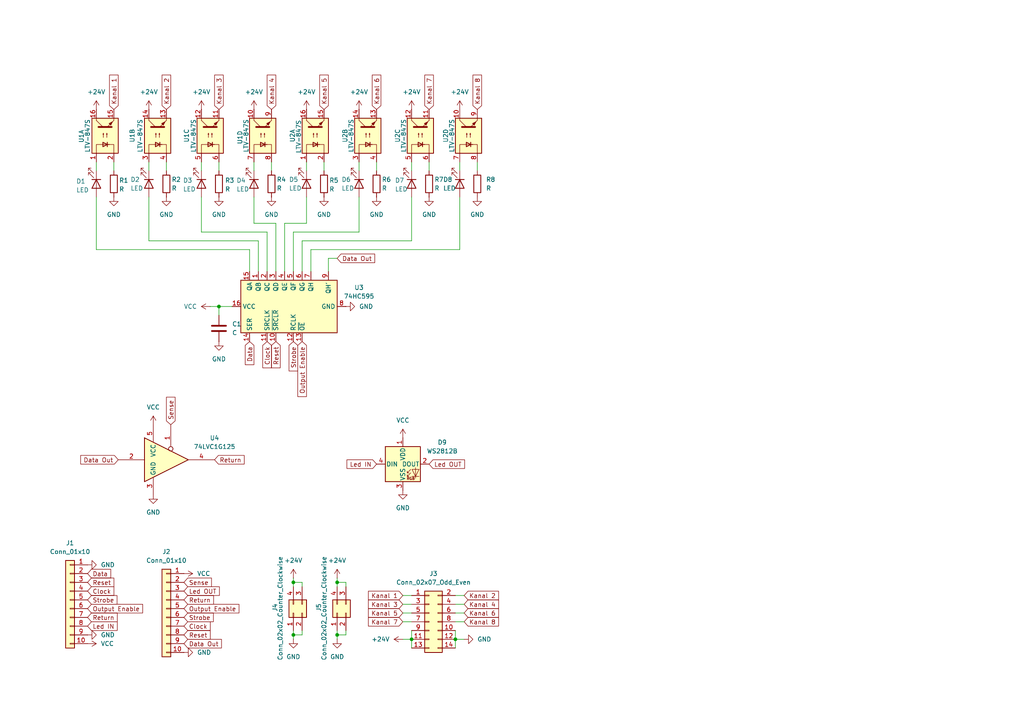
<source format=kicad_sch>
(kicad_sch (version 20231120) (generator "eeschema") (generator_version "8.0")
  (paper "A4")
  (lib_symbols
    (symbol "74xGxx:74LVC1G125"
      (property "Reference" "U" (at -10.16 7.62 0))
      (property "Value" "74LVC1G125" (at 2.54 -7.62 0))
      (symbol "74LVC1G125_0_1"
        (polyline (pts (xy -7.62 6.35) (xy -7.62 -6.35) (xy 5.08 0) (xy -7.62 6.35)) (stroke (width 0.254)) (fill (type background)))
      )
      (symbol "74LVC1G125_1_1"
        (pin input inverted (at 0 10.16 270) (length 7.62) (name "~") (number "1"))
        (pin input line (at -15.24 0 0) (length 7.62) (name "~") (number "2"))
        (pin power_in line (at -5.08 -10.16 90) (length 5.08) (name "GND") (number "3"))
        (pin tri_state line (at 12.7 0 180) (length 7.62) (name "~") (number "4"))
        (pin power_in line (at -5.08 10.16 270) (length 5.08) (name "VCC") (number "5"))
      )
    )
    (symbol "74xx:74HC595"
      (property "Reference" "U" (at -7.62 13.97 0))
      (property "Value" "74HC595" (at -7.62 -16.51 0))
      (symbol "74HC595_1_0"
        (pin tri_state line (at 10.16 7.62 180) (length 2.54) (name "QB") (number "1"))
        (pin input line (at -10.16 2.54 0) (length 2.54) (name "~{SRCLR}") (number "10"))
        (pin input line (at -10.16 5.08 0) (length 2.54) (name "SRCLK") (number "11"))
        (pin input line (at -10.16 -2.54 0) (length 2.54) (name "RCLK") (number "12"))
        (pin input line (at -10.16 -5.08 0) (length 2.54) (name "~{OE}") (number "13"))
        (pin input line (at -10.16 10.16 0) (length 2.54) (name "SER") (number "14"))
        (pin tri_state line (at 10.16 10.16 180) (length 2.54) (name "QA") (number "15"))
        (pin power_in line (at 0 15.24 270) (length 2.54) (name "VCC") (number "16"))
        (pin tri_state line (at 10.16 5.08 180) (length 2.54) (name "QC") (number "2"))
        (pin tri_state line (at 10.16 2.54 180) (length 2.54) (name "QD") (number "3"))
        (pin tri_state line (at 10.16 0 180) (length 2.54) (name "QE") (number "4"))
        (pin tri_state line (at 10.16 -2.54 180) (length 2.54) (name "QF") (number "5"))
        (pin tri_state line (at 10.16 -5.08 180) (length 2.54) (name "QG") (number "6"))
        (pin tri_state line (at 10.16 -7.62 180) (length 2.54) (name "QH") (number "7"))
        (pin power_in line (at 0 -17.78 90) (length 2.54) (name "GND") (number "8"))
        (pin output line (at 10.16 -12.7 180) (length 2.54) (name "QH'") (number "9"))
      )
      (symbol "74HC595_1_1"
        (rectangle (start -7.62 12.7) (end 7.62 -15.24) (stroke (width 0.254)) (fill (type background)))
      )
    )
    (symbol "Connector_Generic:Conn_01x10" (pin_names (offset 1.016) hide)
      (property "Reference" "J" (at 0 12.7 0))
      (property "Value" "Conn_01x10" (at 0 -15.24 0))
      (symbol "Conn_01x10_1_1"
        (rectangle (start -1.27 -12.573) (end 0 -12.827) (stroke (width 0.1524)))
        (rectangle (start -1.27 -10.033) (end 0 -10.287) (stroke (width 0.1524)))
        (rectangle (start -1.27 -7.493) (end 0 -7.747) (stroke (width 0.1524)))
        (rectangle (start -1.27 -4.953) (end 0 -5.207) (stroke (width 0.1524)))
        (rectangle (start -1.27 -2.413) (end 0 -2.667) (stroke (width 0.1524)))
        (rectangle (start -1.27 0.127) (end 0 -0.127) (stroke (width 0.1524)))
        (rectangle (start -1.27 2.667) (end 0 2.413) (stroke (width 0.1524)))
        (rectangle (start -1.27 5.207) (end 0 4.953) (stroke (width 0.1524)))
        (rectangle (start -1.27 7.747) (end 0 7.493) (stroke (width 0.1524)))
        (rectangle (start -1.27 10.287) (end 0 10.033) (stroke (width 0.1524)))
        (rectangle (start -1.27 11.43) (end 1.27 -13.97) (stroke (width 0.254)) (fill (type background)))
        (pin passive line (at -5.08 10.16 0) (length 3.81) (name "Pin_1") (number "1"))
        (pin passive line (at -5.08 -12.7 0) (length 3.81) (name "Pin_10") (number "10"))
        (pin passive line (at -5.08 7.62 0) (length 3.81) (name "Pin_2") (number "2"))
        (pin passive line (at -5.08 5.08 0) (length 3.81) (name "Pin_3") (number "3"))
        (pin passive line (at -5.08 2.54 0) (length 3.81) (name "Pin_4") (number "4"))
        (pin passive line (at -5.08 0 0) (length 3.81) (name "Pin_5") (number "5"))
        (pin passive line (at -5.08 -2.54 0) (length 3.81) (name "Pin_6") (number "6"))
        (pin passive line (at -5.08 -5.08 0) (length 3.81) (name "Pin_7") (number "7"))
        (pin passive line (at -5.08 -7.62 0) (length 3.81) (name "Pin_8") (number "8"))
        (pin passive line (at -5.08 -10.16 0) (length 3.81) (name "Pin_9") (number "9"))
      )
    )
    (symbol "Connector_Generic:Conn_02x02_Counter_Clockwise" (pin_names (offset 1.016) hide)
      (property "Reference" "J" (at 1.27 2.54 0))
      (property "Value" "Conn_02x02_Counter_Clockwise" (at 1.27 -5.08 0))
      (symbol "Conn_02x02_Counter_Clockwise_1_1"
        (rectangle (start -1.27 -2.413) (end 0 -2.667) (stroke (width 0.1524)))
        (rectangle (start -1.27 0.127) (end 0 -0.127) (stroke (width 0.1524)))
        (rectangle (start -1.27 1.27) (end 3.81 -3.81) (stroke (width 0.254)) (fill (type background)))
        (rectangle (start 3.81 -2.413) (end 2.54 -2.667) (stroke (width 0.1524)))
        (rectangle (start 3.81 0.127) (end 2.54 -0.127) (stroke (width 0.1524)))
        (pin passive line (at -5.08 0 0) (length 3.81) (name "Pin_1") (number "1"))
        (pin passive line (at -5.08 -2.54 0) (length 3.81) (name "Pin_2") (number "2"))
        (pin passive line (at 7.62 -2.54 180) (length 3.81) (name "Pin_3") (number "3"))
        (pin passive line (at 7.62 0 180) (length 3.81) (name "Pin_4") (number "4"))
      )
    )
    (symbol "Connector_Generic:Conn_02x07_Odd_Even" (pin_names (offset 1.016) hide)
      (property "Reference" "J" (at 1.27 10.16 0))
      (property "Value" "Conn_02x07_Odd_Even" (at 1.27 -10.16 0))
      (symbol "Conn_02x07_Odd_Even_1_1"
        (rectangle (start -1.27 -7.493) (end 0 -7.747) (stroke (width 0.1524)))
        (rectangle (start -1.27 -4.953) (end 0 -5.207) (stroke (width 0.1524)))
        (rectangle (start -1.27 -2.413) (end 0 -2.667) (stroke (width 0.1524)))
        (rectangle (start -1.27 0.127) (end 0 -0.127) (stroke (width 0.1524)))
        (rectangle (start -1.27 2.667) (end 0 2.413) (stroke (width 0.1524)))
        (rectangle (start -1.27 5.207) (end 0 4.953) (stroke (width 0.1524)))
        (rectangle (start -1.27 7.747) (end 0 7.493) (stroke (width 0.1524)))
        (rectangle (start -1.27 8.89) (end 3.81 -8.89) (stroke (width 0.254)) (fill (type background)))
        (rectangle (start 3.81 -7.493) (end 2.54 -7.747) (stroke (width 0.1524)))
        (rectangle (start 3.81 -4.953) (end 2.54 -5.207) (stroke (width 0.1524)))
        (rectangle (start 3.81 -2.413) (end 2.54 -2.667) (stroke (width 0.1524)))
        (rectangle (start 3.81 0.127) (end 2.54 -0.127) (stroke (width 0.1524)))
        (rectangle (start 3.81 2.667) (end 2.54 2.413) (stroke (width 0.1524)))
        (rectangle (start 3.81 5.207) (end 2.54 4.953) (stroke (width 0.1524)))
        (rectangle (start 3.81 7.747) (end 2.54 7.493) (stroke (width 0.1524)))
        (pin passive line (at -5.08 7.62 0) (length 3.81) (name "Pin_1") (number "1"))
        (pin passive line (at 7.62 -2.54 180) (length 3.81) (name "Pin_10") (number "10"))
        (pin passive line (at -5.08 -5.08 0) (length 3.81) (name "Pin_11") (number "11"))
        (pin passive line (at 7.62 -5.08 180) (length 3.81) (name "Pin_12") (number "12"))
        (pin passive line (at -5.08 -7.62 0) (length 3.81) (name "Pin_13") (number "13"))
        (pin passive line (at 7.62 -7.62 180) (length 3.81) (name "Pin_14") (number "14"))
        (pin passive line (at 7.62 7.62 180) (length 3.81) (name "Pin_2") (number "2"))
        (pin passive line (at -5.08 5.08 0) (length 3.81) (name "Pin_3") (number "3"))
        (pin passive line (at 7.62 5.08 180) (length 3.81) (name "Pin_4") (number "4"))
        (pin passive line (at -5.08 2.54 0) (length 3.81) (name "Pin_5") (number "5"))
        (pin passive line (at 7.62 2.54 180) (length 3.81) (name "Pin_6") (number "6"))
        (pin passive line (at -5.08 0 0) (length 3.81) (name "Pin_7") (number "7"))
        (pin passive line (at 7.62 0 180) (length 3.81) (name "Pin_8") (number "8"))
        (pin passive line (at -5.08 -2.54 0) (length 3.81) (name "Pin_9") (number "9"))
      )
    )
    (symbol "Device:C" (pin_numbers hide) (pin_names (offset 0.254))
      (property "Reference" "C" (at 0.635 2.54 0))
      (property "Value" "C" (at 0.635 -2.54 0))
      (symbol "C_0_1"
        (polyline (pts (xy -2.032 -0.762) (xy 2.032 -0.762)) (stroke (width 0.508)))
        (polyline (pts (xy -2.032 0.762) (xy 2.032 0.762)) (stroke (width 0.508)))
      )
      (symbol "C_1_1"
        (pin passive line (at 0 3.81 270) (length 2.794) (name "~") (number "1"))
        (pin passive line (at 0 -3.81 90) (length 2.794) (name "~") (number "2"))
      )
    )
    (symbol "Device:LED" (pin_numbers hide) (pin_names (offset 1.016) hide)
      (property "Reference" "D" (at 0 2.54 0))
      (property "Value" "LED" (at 0 -2.54 0))
      (symbol "LED_0_1"
        (polyline (pts (xy -1.27 -1.27) (xy -1.27 1.27)) (stroke (width 0.254)))
        (polyline (pts (xy -1.27 0) (xy 1.27 0)))
        (polyline (pts (xy 1.27 -1.27) (xy 1.27 1.27) (xy -1.27 0) (xy 1.27 -1.27)) (stroke (width 0.254)))
        (polyline (pts (xy -3.048 -0.762) (xy -4.572 -2.286) (xy -3.81 -2.286) (xy -4.572 -2.286) (xy -4.572 -1.524)))
        (polyline (pts (xy -1.778 -0.762) (xy -3.302 -2.286) (xy -2.54 -2.286) (xy -3.302 -2.286) (xy -3.302 -1.524)))
      )
      (symbol "LED_1_1"
        (pin passive line (at -3.81 0 0) (length 2.54) (name "K") (number "1"))
        (pin passive line (at 3.81 0 180) (length 2.54) (name "A") (number "2"))
      )
    )
    (symbol "Device:R" (pin_numbers hide) (pin_names (offset 0))
      (property "Reference" "R" (at 2.032 0 90))
      (property "Value" "R" (at 0 0 90))
      (symbol "R_0_1"
        (rectangle (start -1.016 -2.54) (end 1.016 2.54) (stroke (width 0.254)))
      )
      (symbol "R_1_1"
        (pin passive line (at 0 3.81 270) (length 1.27) (name "~") (number "1"))
        (pin passive line (at 0 -3.81 90) (length 1.27) (name "~") (number "2"))
      )
    )
    (symbol "Isolator:LTV-847S" (pin_names (offset 1.016))
      (property "Reference" "U" (at -3.81 5.08 0))
      (property "Value" "LTV-847S" (at 0 -5.08 0))
      (symbol "LTV-847S_0_1"
        (rectangle (start -5.08 3.81) (end 5.08 -3.81) (stroke (width 0.254)) (fill (type background)))
        (polyline (pts (xy -3.175 -0.635) (xy -1.905 -0.635)) (stroke (width 0.254)))
        (polyline (pts (xy 2.54 0.635) (xy 4.445 2.54)))
        (polyline (pts (xy 4.445 -2.54) (xy 2.54 -0.635)) (fill (type outline)))
        (polyline (pts (xy 4.445 -2.54) (xy 5.08 -2.54)))
        (polyline (pts (xy 4.445 2.54) (xy 5.08 2.54)))
        (polyline (pts (xy -2.54 -0.635) (xy -2.54 -2.54) (xy -5.08 -2.54)))
        (polyline (pts (xy 2.54 1.905) (xy 2.54 -1.905) (xy 2.54 -1.905)) (stroke (width 0.508)))
        (polyline (pts (xy -5.08 2.54) (xy -2.54 2.54) (xy -2.54 -1.27) (xy -2.54 0.635)))
        (polyline (pts (xy -2.54 -0.635) (xy -3.175 0.635) (xy -1.905 0.635) (xy -2.54 -0.635)) (stroke (width 0.254)))
        (polyline (pts (xy -0.508 -0.508) (xy 0.762 -0.508) (xy 0.381 -0.635) (xy 0.381 -0.381) (xy 0.762 -0.508)))
        (polyline (pts (xy -0.508 0.508) (xy 0.762 0.508) (xy 0.381 0.381) (xy 0.381 0.635) (xy 0.762 0.508)))
        (polyline (pts (xy 3.048 -1.651) (xy 3.556 -1.143) (xy 4.064 -2.159) (xy 3.048 -1.651) (xy 3.048 -1.651)) (fill (type outline)))
      )
      (symbol "LTV-847S_1_1"
        (pin passive line (at -7.62 2.54 0) (length 2.54) (name "~") (number "1"))
        (pin passive line (at 7.62 -2.54 180) (length 2.54) (name "~") (number "15"))
        (pin passive line (at 7.62 2.54 180) (length 2.54) (name "~") (number "16"))
        (pin passive line (at -7.62 -2.54 0) (length 2.54) (name "~") (number "2"))
      )
      (symbol "LTV-847S_2_1"
        (pin passive line (at 7.62 -2.54 180) (length 2.54) (name "~") (number "13"))
        (pin passive line (at 7.62 2.54 180) (length 2.54) (name "~") (number "14"))
        (pin passive line (at -7.62 2.54 0) (length 2.54) (name "~") (number "3"))
        (pin passive line (at -7.62 -2.54 0) (length 2.54) (name "~") (number "4"))
      )
      (symbol "LTV-847S_3_1"
        (pin passive line (at 7.62 -2.54 180) (length 2.54) (name "~") (number "11"))
        (pin passive line (at 7.62 2.54 180) (length 2.54) (name "~") (number "12"))
        (pin passive line (at -7.62 2.54 0) (length 2.54) (name "~") (number "5"))
        (pin passive line (at -7.62 -2.54 0) (length 2.54) (name "~") (number "6"))
      )
      (symbol "LTV-847S_4_1"
        (pin passive line (at 7.62 2.54 180) (length 2.54) (name "~") (number "10"))
        (pin passive line (at -7.62 2.54 0) (length 2.54) (name "~") (number "7"))
        (pin passive line (at -7.62 -2.54 0) (length 2.54) (name "~") (number "8"))
        (pin passive line (at 7.62 -2.54 180) (length 2.54) (name "~") (number "9"))
      )
    )
    (symbol "LED:WS2812B" (pin_names (offset 0.254))
      (property "Reference" "D" (at 5.08 5.715 0))
      (property "Value" "WS2812B" (at 1.27 -5.715 0))
      (symbol "WS2812B_0_0"
        (text "RGB" (at 2.286 -4.191 0) (effects (font (size 0.762 0.762))))
      )
      (symbol "WS2812B_0_1"
        (polyline (pts (xy 1.27 -3.556) (xy 1.778 -3.556)))
        (polyline (pts (xy 1.27 -2.54) (xy 1.778 -2.54)))
        (polyline (pts (xy 4.699 -3.556) (xy 2.667 -3.556)))
        (polyline (pts (xy 2.286 -2.54) (xy 1.27 -3.556) (xy 1.27 -3.048)))
        (polyline (pts (xy 2.286 -1.524) (xy 1.27 -2.54) (xy 1.27 -2.032)))
        (polyline (pts (xy 3.683 -1.016) (xy 3.683 -3.556) (xy 3.683 -4.064)))
        (polyline (pts (xy 4.699 -1.524) (xy 2.667 -1.524) (xy 3.683 -3.556) (xy 4.699 -1.524)))
        (rectangle (start 5.08 5.08) (end -5.08 -5.08) (stroke (width 0.254)) (fill (type background)))
      )
      (symbol "WS2812B_1_1"
        (pin power_in line (at 0 7.62 270) (length 2.54) (name "VDD") (number "1"))
        (pin output line (at 7.62 0 180) (length 2.54) (name "DOUT") (number "2"))
        (pin power_in line (at 0 -7.62 90) (length 2.54) (name "VSS") (number "3"))
        (pin input line (at -7.62 0 0) (length 2.54) (name "DIN") (number "4"))
      )
    )
    (symbol "power:+24V" (power) (pin_numbers hide) (pin_names (offset 0) hide)
      (property "Value" "+24V" (at 0 3.556 0))
      (symbol "+24V_0_1"
        (polyline (pts (xy -0.762 1.27) (xy 0 2.54)))
        (polyline (pts (xy 0 0) (xy 0 2.54)))
        (polyline (pts (xy 0 2.54) (xy 0.762 1.27)))
      )
      (symbol "+24V_1_1"
        (pin power_in line (at 0 0 90) (length 0) (name "~") (number "1"))
      )
    )
    (symbol "power:GND" (power) (pin_numbers hide) (pin_names (offset 0) hide)
      (property "Value" "GND" (at 0 -3.81 0))
      (symbol "GND_0_1"
        (polyline (pts (xy 0 0) (xy 0 -1.27) (xy 1.27 -1.27) (xy 0 -2.54) (xy -1.27 -1.27) (xy 0 -1.27)))
      )
      (symbol "GND_1_1"
        (pin power_in line (at 0 0 270) (length 0) (name "~") (number "1"))
      )
    )
    (symbol "power:VCC" (power) (pin_numbers hide) (pin_names (offset 0) hide)
      (property "Value" "VCC" (at 0 3.556 0))
      (symbol "VCC_0_1"
        (polyline (pts (xy -0.762 1.27) (xy 0 2.54)))
        (polyline (pts (xy 0 0) (xy 0 2.54)))
        (polyline (pts (xy 0 2.54) (xy 0.762 1.27)))
      )
      (symbol "VCC_1_1"
        (pin power_in line (at 0 0 90) (length 0) (name "~") (number "1"))
      )
    )
  )
  (junction (at 85.09 184.15))
  (junction (at 132.08 185.42))
  (junction (at 97.79 168.91))
  (junction (at 97.79 184.15))
  (junction (at 119.38 185.42))
  (junction (at 85.09 168.91))
  (junction (at 63.5 88.9))
  (wire (pts (xy 97.79 182.88) (xy 97.79 184.15)))
  (wire (pts (xy 119.38 46.99) (xy 119.38 49.53)))
  (wire (pts (xy 87.63 168.91) (xy 85.09 168.91)))
  (wire (pts (xy 80.01 64.77) (xy 80.01 78.74)))
  (wire (pts (xy 85.09 67.31) (xy 85.09 78.74)))
  (wire (pts (xy 58.42 67.31) (xy 77.47 67.31)))
  (wire (pts (xy 119.38 57.15) (xy 119.38 69.85)))
  (wire (pts (xy 90.17 78.74) (xy 90.17 72.39)))
  (wire (pts (xy 63.5 88.9) (xy 63.5 91.44)))
  (wire (pts (xy 119.38 69.85) (xy 87.63 69.85)))
  (wire (pts (xy 97.79 184.15) (xy 97.79 185.42)))
  (wire (pts (xy 85.09 184.15) (xy 85.09 185.42)))
  (wire (pts (xy 138.43 46.99) (xy 138.43 49.53)))
  (wire (pts (xy 132.08 185.42) (xy 132.08 187.96)))
  (wire (pts (xy 43.18 57.15) (xy 43.18 69.85)))
  (wire (pts (xy 77.47 67.31) (xy 77.47 78.74)))
  (wire (pts (xy 85.09 168.91) (xy 85.09 170.18)))
  (wire (pts (xy 109.22 46.99) (xy 109.22 49.53)))
  (wire (pts (xy 100.33 168.91) (xy 97.79 168.91)))
  (wire (pts (xy 97.79 74.93) (xy 95.25 74.93)))
  (wire (pts (xy 116.84 175.26) (xy 119.38 175.26)))
  (wire (pts (xy 60.96 88.9) (xy 63.5 88.9)))
  (wire (pts (xy 33.02 46.99) (xy 33.02 49.53)))
  (wire (pts (xy 132.08 177.8) (xy 134.62 177.8)))
  (wire (pts (xy 88.9 46.99) (xy 88.9 49.53)))
  (wire (pts (xy 116.84 180.34) (xy 119.38 180.34)))
  (wire (pts (xy 72.39 72.39) (xy 72.39 78.74)))
  (wire (pts (xy 82.55 64.77) (xy 82.55 78.74)))
  (wire (pts (xy 100.33 184.15) (xy 97.79 184.15)))
  (wire (pts (xy 93.98 46.99) (xy 93.98 49.53)))
  (wire (pts (xy 116.84 185.42) (xy 119.38 185.42)))
  (wire (pts (xy 97.79 168.91) (xy 97.79 170.18)))
  (wire (pts (xy 48.26 46.99) (xy 48.26 49.53)))
  (wire (pts (xy 104.14 57.15) (xy 104.14 67.31)))
  (wire (pts (xy 78.74 46.99) (xy 78.74 49.53)))
  (wire (pts (xy 85.09 182.88) (xy 85.09 184.15)))
  (wire (pts (xy 132.08 185.42) (xy 134.62 185.42)))
  (wire (pts (xy 132.08 172.72) (xy 134.62 172.72)))
  (wire (pts (xy 58.42 57.15) (xy 58.42 67.31)))
  (wire (pts (xy 74.93 69.85) (xy 74.93 78.74)))
  (wire (pts (xy 116.84 177.8) (xy 119.38 177.8)))
  (wire (pts (xy 63.5 88.9) (xy 67.31 88.9)))
  (wire (pts (xy 27.94 46.99) (xy 27.94 49.53)))
  (wire (pts (xy 116.84 172.72) (xy 119.38 172.72)))
  (wire (pts (xy 100.33 170.18) (xy 100.33 168.91)))
  (wire (pts (xy 104.14 46.99) (xy 104.14 49.53)))
  (wire (pts (xy 132.08 182.88) (xy 132.08 185.42)))
  (wire (pts (xy 73.66 57.15) (xy 73.66 64.77)))
  (wire (pts (xy 132.08 175.26) (xy 134.62 175.26)))
  (wire (pts (xy 119.38 182.88) (xy 119.38 185.42)))
  (wire (pts (xy 43.18 46.99) (xy 43.18 49.53)))
  (wire (pts (xy 58.42 46.99) (xy 58.42 49.53)))
  (wire (pts (xy 87.63 170.18) (xy 87.63 168.91)))
  (wire (pts (xy 119.38 185.42) (xy 119.38 187.96)))
  (wire (pts (xy 27.94 57.15) (xy 27.94 72.39)))
  (wire (pts (xy 63.5 46.99) (xy 63.5 49.53)))
  (wire (pts (xy 133.35 46.99) (xy 133.35 49.53)))
  (wire (pts (xy 100.33 182.88) (xy 100.33 184.15)))
  (wire (pts (xy 90.17 72.39) (xy 133.35 72.39)))
  (wire (pts (xy 27.94 72.39) (xy 72.39 72.39)))
  (wire (pts (xy 97.79 167.64) (xy 97.79 168.91)))
  (wire (pts (xy 73.66 46.99) (xy 73.66 49.53)))
  (wire (pts (xy 133.35 72.39) (xy 133.35 57.15)))
  (wire (pts (xy 132.08 180.34) (xy 134.62 180.34)))
  (wire (pts (xy 87.63 184.15) (xy 85.09 184.15)))
  (wire (pts (xy 87.63 182.88) (xy 87.63 184.15)))
  (wire (pts (xy 124.46 46.99) (xy 124.46 49.53)))
  (wire (pts (xy 95.25 74.93) (xy 95.25 78.74)))
  (wire (pts (xy 104.14 67.31) (xy 85.09 67.31)))
  (wire (pts (xy 82.55 64.77) (xy 88.9 64.77)))
  (wire (pts (xy 73.66 64.77) (xy 80.01 64.77)))
  (wire (pts (xy 43.18 69.85) (xy 74.93 69.85)))
  (wire (pts (xy 87.63 69.85) (xy 87.63 78.74)))
  (wire (pts (xy 88.9 64.77) (xy 88.9 57.15)))
  (wire (pts (xy 85.09 167.64) (xy 85.09 168.91)))
  (global_label "Sense" (shape input) (at 53.34 168.91 0) (property "Intersheetrefs" "${INTERSHEET_REFS}" (effects (hide yes))))
  (global_label "Return" (shape input) (at 62.23 133.35 0) (property "Intersheetrefs" "${INTERSHEET_REFS}" (effects (hide yes))))
  (global_label "Kanal 3" (shape input) (at 63.5 31.75 90) (property "Intersheetrefs" "${INTERSHEET_REFS}" (effects (hide yes))))
  (global_label "Kanal 1" (shape input) (at 33.02 31.75 90) (property "Intersheetrefs" "${INTERSHEET_REFS}" (effects (hide yes))))
  (global_label "Led IN" (shape input) (at 109.22 134.62 180) (property "Intersheetrefs" "${INTERSHEET_REFS}" (effects (hide yes))))
  (global_label "Led OUT" (shape input) (at 53.34 171.45 0) (property "Intersheetrefs" "${INTERSHEET_REFS}" (effects (hide yes))))
  (global_label "Reset" (shape input) (at 25.4 168.91 0) (property "Intersheetrefs" "${INTERSHEET_REFS}" (effects (hide yes))))
  (global_label "Clock" (shape input) (at 25.4 171.45 0) (property "Intersheetrefs" "${INTERSHEET_REFS}" (effects (hide yes))))
  (global_label "Strobe" (shape input) (at 53.34 179.07 0) (property "Intersheetrefs" "${INTERSHEET_REFS}" (effects (hide yes))))
  (global_label "Clock" (shape input) (at 53.34 181.61 0) (property "Intersheetrefs" "${INTERSHEET_REFS}" (effects (hide yes))))
  (global_label "Strobe" (shape input) (at 85.09 99.06 270) (property "Intersheetrefs" "${INTERSHEET_REFS}" (effects (hide yes))))
  (global_label "Output Enable" (shape input) (at 25.4 176.53 0) (property "Intersheetrefs" "${INTERSHEET_REFS}" (effects (hide yes))))
  (global_label "Kanal 4" (shape input) (at 78.74 31.75 90) (property "Intersheetrefs" "${INTERSHEET_REFS}" (effects (hide yes))))
  (global_label "Reset" (shape input) (at 80.01 99.06 270) (property "Intersheetrefs" "${INTERSHEET_REFS}" (effects (hide yes))))
  (global_label "Return" (shape input) (at 53.34 173.99 0) (property "Intersheetrefs" "${INTERSHEET_REFS}" (effects (hide yes))))
  (global_label "Data Out" (shape input) (at 97.79 74.93 0) (property "Intersheetrefs" "${INTERSHEET_REFS}" (effects (hide yes))))
  (global_label "Led OUT" (shape input) (at 124.46 134.62 0) (property "Intersheetrefs" "${INTERSHEET_REFS}" (effects (hide yes))))
  (global_label "Output Enable" (shape input) (at 53.34 176.53 0) (property "Intersheetrefs" "${INTERSHEET_REFS}" (effects (hide yes))))
  (global_label "Data" (shape input) (at 25.4 166.37 0) (property "Intersheetrefs" "${INTERSHEET_REFS}" (effects (hide yes))))
  (global_label "Kanal 7" (shape input) (at 116.84 180.34 180) (property "Intersheetrefs" "${INTERSHEET_REFS}" (effects (hide yes))))
  (global_label "Reset" (shape input) (at 53.34 184.15 0) (property "Intersheetrefs" "${INTERSHEET_REFS}" (effects (hide yes))))
  (global_label "Clock" (shape input) (at 77.47 99.06 270) (property "Intersheetrefs" "${INTERSHEET_REFS}" (effects (hide yes))))
  (global_label "Kanal 7" (shape input) (at 124.46 31.75 90) (property "Intersheetrefs" "${INTERSHEET_REFS}" (effects (hide yes))))
  (global_label "Kanal 4" (shape input) (at 134.62 175.26 0) (property "Intersheetrefs" "${INTERSHEET_REFS}" (effects (hide yes))))
  (global_label "Kanal 5" (shape input) (at 116.84 177.8 180) (property "Intersheetrefs" "${INTERSHEET_REFS}" (effects (hide yes))))
  (global_label "Kanal 6" (shape input) (at 134.62 177.8 0) (property "Intersheetrefs" "${INTERSHEET_REFS}" (effects (hide yes))))
  (global_label "Strobe" (shape input) (at 25.4 173.99 0) (property "Intersheetrefs" "${INTERSHEET_REFS}" (effects (hide yes))))
  (global_label "Led IN" (shape input) (at 25.4 181.61 0) (property "Intersheetrefs" "${INTERSHEET_REFS}" (effects (hide yes))))
  (global_label "Kanal 5" (shape input) (at 93.98 31.75 90) (property "Intersheetrefs" "${INTERSHEET_REFS}" (effects (hide yes))))
  (global_label "Sense" (shape input) (at 49.53 123.19 90) (property "Intersheetrefs" "${INTERSHEET_REFS}" (effects (hide yes))))
  (global_label "Output Enable" (shape input) (at 87.63 99.06 270) (property "Intersheetrefs" "${INTERSHEET_REFS}" (effects (hide yes))))
  (global_label "Data Out" (shape input) (at 53.34 186.69 0) (property "Intersheetrefs" "${INTERSHEET_REFS}" (effects (hide yes))))
  (global_label "Kanal 8" (shape input) (at 138.43 31.75 90) (property "Intersheetrefs" "${INTERSHEET_REFS}" (effects (hide yes))))
  (global_label "Kanal 2" (shape input) (at 48.26 31.75 90) (property "Intersheetrefs" "${INTERSHEET_REFS}" (effects (hide yes))))
  (global_label "Kanal 2" (shape input) (at 134.62 172.72 0) (property "Intersheetrefs" "${INTERSHEET_REFS}" (effects (hide yes))))
  (global_label "Kanal 3" (shape input) (at 116.84 175.26 180) (property "Intersheetrefs" "${INTERSHEET_REFS}" (effects (hide yes))))
  (global_label "Kanal 1" (shape input) (at 116.84 172.72 180) (property "Intersheetrefs" "${INTERSHEET_REFS}" (effects (hide yes))))
  (global_label "Data Out" (shape input) (at 34.29 133.35 180) (property "Intersheetrefs" "${INTERSHEET_REFS}" (effects (hide yes))))
  (global_label "Data" (shape input) (at 72.39 99.06 270) (property "Intersheetrefs" "${INTERSHEET_REFS}" (effects (hide yes))))
  (global_label "Return" (shape input) (at 25.4 179.07 0) (property "Intersheetrefs" "${INTERSHEET_REFS}" (effects (hide yes))))
  (global_label "Kanal 6" (shape input) (at 109.22 31.75 90) (property "Intersheetrefs" "${INTERSHEET_REFS}" (effects (hide yes))))
  (global_label "Kanal 8" (shape input) (at 134.62 180.34 0) (property "Intersheetrefs" "${INTERSHEET_REFS}" (effects (hide yes))))
  (symbol (lib_id "Device:LED") (at 27.94 53.34 270) (unit 1)
    (property "Reference" "D1" (at 22.098 52.578 90) (effects (justify left)))
    (property "Value" "LED" (at 22.098 55.118 90) (effects (justify left)))
    (property "Footprint" "LED_SMD:LED_0805_2012Metric_Pad1.15x1.40mm_HandSolder" (effects (hide yes)))
    (property "Description" "Light emitting diode" (effects (hide yes)))
  )
  (symbol (lib_id "power:GND") (at 85.09 185.42 0) (mirror y) (unit 1)
    (property "Reference" "#PWR08" (effects (hide yes)))
    (property "Value" "GND" (at 85.09 190.5 0))
    (property "Description" "Power symbol creates a global label with name \"GND\" , ground" (effects (hide yes)))
  )
  (symbol (lib_id "Device:R") (at 48.26 53.34 0) (unit 1)
    (property "Reference" "R2" (at 49.784 52.07 0) (effects (justify left)))
    (property "Value" "R" (at 49.784 54.61 0) (effects (justify left)))
    (property "Footprint" "Resistor_SMD:R_0805_2012Metric_Pad1.20x1.40mm_HandSolder" (effects (hide yes)))
    (property "Description" "Resistor" (effects (hide yes)))
  )
  (symbol (lib_id "Isolator:LTV-847S") (at 91.44 39.37 90) (unit 1)
    (property "Reference" "U2" (at 84.836 39.37 0))
    (property "Value" "LTV-847S" (at 86.614 39.624 0))
    (property "Footprint" "Package_DIP:SMDIP-16_W9.53mm" (effects (hide yes)))
    (property "Datasheet" "http://www.us.liteon.com/downloads/LTV-817-827-847.PDF" (effects (hide yes)))
    (property "Description" "DC Optocoupler, Vce 35V, CTR 50%, SMDIP-16" (effects (hide yes)))
  )
  (symbol (lib_id "power:VCC") (at 116.84 127 0) (mirror y) (unit 1)
    (property "Reference" "#PWR033" (effects (hide yes)))
    (property "Value" "VCC" (at 116.84 121.92 0))
    (property "Description" "Power symbol creates a global label with name \"VCC\"" (effects (hide yes)))
  )
  (symbol (lib_id "Device:R") (at 124.46 53.34 0) (unit 1)
    (property "Reference" "R7" (at 125.984 52.07 0) (effects (justify left)))
    (property "Value" "R" (at 125.984 54.61 0) (effects (justify left)))
    (property "Footprint" "Resistor_SMD:R_0805_2012Metric_Pad1.20x1.40mm_HandSolder" (effects (hide yes)))
    (property "Description" "Resistor" (effects (hide yes)))
  )
  (symbol (lib_id "Device:LED") (at 58.42 53.34 270) (unit 1)
    (property "Reference" "D3" (at 53.086 52.324 90) (effects (justify left)))
    (property "Value" "LED" (at 53.086 54.864 90) (effects (justify left)))
    (property "Footprint" "LED_SMD:LED_0805_2012Metric_Pad1.15x1.40mm_HandSolder" (effects (hide yes)))
    (property "Description" "Light emitting diode" (effects (hide yes)))
  )
  (symbol (lib_id "power:GND") (at 78.74 57.15 0) (unit 1)
    (property "Reference" "#PWR014" (effects (hide yes)))
    (property "Value" "GND" (at 78.74 62.23 0))
    (property "Description" "Power symbol creates a global label with name \"GND\" , ground" (effects (hide yes)))
  )
  (symbol (lib_id "Connector_Generic:Conn_01x10") (at 20.32 173.99 0) (mirror y) (unit 1)
    (property "Reference" "J1" (at 20.32 157.48 0))
    (property "Value" "Conn_01x10" (at 20.32 160.02 0))
    (property "Footprint" "Connector_PinHeader_2.54mm:PinHeader_1x10_P2.54mm_Vertical_SMD_Pin1Left" (effects (hide yes)))
    (property "Description" "Generic connector, single row, 01x10, script generated (kicad-library-utils/schlib/autogen/connector/)" (effects (hide yes)))
  )
  (symbol (lib_id "power:+24V") (at 27.94 31.75 0) (unit 1)
    (property "Reference" "#PWR019" (effects (hide yes)))
    (property "Value" "+24V" (at 27.94 26.67 0))
    (property "Description" "Power symbol creates a global label with name \"+24V\"" (effects (hide yes)))
  )
  (symbol (lib_id "Device:LED") (at 133.35 53.34 270) (unit 1)
    (property "Reference" "D8" (at 128.524 52.07 90) (effects (justify left)))
    (property "Value" "LED" (at 128.524 54.61 90) (effects (justify left)))
    (property "Footprint" "LED_SMD:LED_0805_2012Metric_Pad1.15x1.40mm_HandSolder" (effects (hide yes)))
    (property "Description" "Light emitting diode" (effects (hide yes)))
  )
  (symbol (lib_id "power:+24V") (at 73.66 31.75 0) (unit 1)
    (property "Reference" "#PWR022" (effects (hide yes)))
    (property "Value" "+24V" (at 73.66 26.67 0))
    (property "Description" "Power symbol creates a global label with name \"+24V\"" (effects (hide yes)))
  )
  (symbol (lib_id "Isolator:LTV-847S") (at 76.2 39.37 90) (unit 4)
    (property "Reference" "U1" (at 69.596 37.846 0) (effects (justify right)))
    (property "Value" "LTV-847S" (at 71.374 34.544 0) (effects (justify right)))
    (property "Footprint" "Package_DIP:SMDIP-16_W9.53mm" (effects (hide yes)))
    (property "Datasheet" "http://www.us.liteon.com/downloads/LTV-817-827-847.PDF" (effects (hide yes)))
    (property "Description" "DC Optocoupler, Vce 35V, CTR 50%, SMDIP-16" (effects (hide yes)))
  )
  (symbol (lib_id "power:+24V") (at 43.18 31.75 0) (unit 1)
    (property "Reference" "#PWR020" (effects (hide yes)))
    (property "Value" "+24V" (at 43.18 26.67 0))
    (property "Description" "Power symbol creates a global label with name \"+24V\"" (effects (hide yes)))
  )
  (symbol (lib_id "power:+24V") (at 133.35 31.75 0) (unit 1)
    (property "Reference" "#PWR026" (effects (hide yes)))
    (property "Value" "+24V" (at 133.35 26.67 0))
    (property "Description" "Power symbol creates a global label with name \"+24V\"" (effects (hide yes)))
  )
  (symbol (lib_id "Device:LED") (at 119.38 53.34 270) (unit 1)
    (property "Reference" "D7" (at 114.554 52.324 90) (effects (justify left)))
    (property "Value" "LED" (at 114.554 54.864 90) (effects (justify left)))
    (property "Footprint" "LED_SMD:LED_0805_2012Metric_Pad1.15x1.40mm_HandSolder" (effects (hide yes)))
    (property "Description" "Light emitting diode" (effects (hide yes)))
  )
  (symbol (lib_id "Device:R") (at 33.02 53.34 0) (unit 1)
    (property "Reference" "R1" (at 34.544 52.324 0) (effects (justify left)))
    (property "Value" "R" (at 34.544 54.864 0) (effects (justify left)))
    (property "Footprint" "Resistor_SMD:R_0805_2012Metric_Pad1.20x1.40mm_HandSolder" (effects (hide yes)))
    (property "Description" "Resistor" (effects (hide yes)))
  )
  (symbol (lib_id "Device:LED") (at 73.66 53.34 270) (unit 1)
    (property "Reference" "D4" (at 68.58 52.324 90) (effects (justify left)))
    (property "Value" "LED" (at 68.58 54.864 90) (effects (justify left)))
    (property "Footprint" "LED_SMD:LED_0805_2012Metric_Pad1.15x1.40mm_HandSolder" (effects (hide yes)))
    (property "Description" "Light emitting diode" (effects (hide yes)))
  )
  (symbol (lib_id "power:+24V") (at 119.38 31.75 0) (unit 1)
    (property "Reference" "#PWR025" (effects (hide yes)))
    (property "Value" "+24V" (at 119.38 26.67 0))
    (property "Description" "Power symbol creates a global label with name \"+24V\"" (effects (hide yes)))
  )
  (symbol (lib_id "power:GND") (at 53.34 189.23 90) (mirror x) (unit 1)
    (property "Reference" "#PWR04" (effects (hide yes)))
    (property "Value" "GND" (at 57.15 189.2299 90) (effects (justify right)))
    (property "Description" "Power symbol creates a global label with name \"GND\" , ground" (effects (hide yes)))
  )
  (symbol (lib_id "power:GND") (at 25.4 184.15 90) (mirror x) (unit 1)
    (property "Reference" "#PWR034" (effects (hide yes)))
    (property "Value" "GND" (at 29.21 184.1499 90) (effects (justify right)))
    (property "Description" "Power symbol creates a global label with name \"GND\" , ground" (effects (hide yes)))
  )
  (symbol (lib_id "Connector_Generic:Conn_02x07_Odd_Even") (at 124.46 180.34 0) (unit 1)
    (property "Reference" "J3" (at 125.73 166.37 0))
    (property "Value" "Conn_02x07_Odd_Even" (at 125.73 168.91 0))
    (property "Footprint" "Connector_IDC:IDC-Header_2x07_P2.54mm_Horizontal" (effects (hide yes)))
    (property "Description" "Generic connector, double row, 02x07, odd/even pin numbering scheme (row 1 odd numbers, row 2 even numbers), script generated (kicad-library-utils/schlib/autogen/connector/)" (effects (hide yes)))
  )
  (symbol (lib_id "power:VCC") (at 60.96 88.9 90) (unit 1)
    (property "Reference" "#PWR027" (effects (hide yes)))
    (property "Value" "VCC" (at 57.15 88.8999 90) (effects (justify left)))
    (property "Description" "Power symbol creates a global label with name \"VCC\"" (effects (hide yes)))
  )
  (symbol (lib_id "power:GND") (at 48.26 57.15 0) (unit 1)
    (property "Reference" "#PWR012" (effects (hide yes)))
    (property "Value" "GND" (at 48.26 62.23 0))
    (property "Description" "Power symbol creates a global label with name \"GND\" , ground" (effects (hide yes)))
  )
  (symbol (lib_id "Device:LED") (at 104.14 53.34 270) (unit 1)
    (property "Reference" "D6" (at 99.06 52.07 90) (effects (justify left)))
    (property "Value" "LED" (at 99.06 54.61 90) (effects (justify left)))
    (property "Footprint" "LED_SMD:LED_0805_2012Metric_Pad1.15x1.40mm_HandSolder" (effects (hide yes)))
    (property "Description" "Light emitting diode" (effects (hide yes)))
  )
  (symbol (lib_id "LED:WS2812B") (at 116.84 134.62 0) (unit 1)
    (property "Reference" "D9" (at 128.27 128.3014 0))
    (property "Value" "WS2812B" (at 128.27 130.8414 0))
    (property "Footprint" "LED_SMD:LED_WS2812B_PLCC4_5.0x5.0mm_P3.2mm" (effects (hide yes)))
    (property "Datasheet" "https://cdn-shop.adafruit.com/datasheets/WS2812B.pdf" (effects (hide yes)))
    (property "Description" "RGB LED with integrated controller" (effects (hide yes)))
  )
  (symbol (lib_id "Device:R") (at 78.74 53.34 0) (unit 1)
    (property "Reference" "R4" (at 80.264 52.07 0) (effects (justify left)))
    (property "Value" "R" (at 80.264 54.61 0) (effects (justify left)))
    (property "Footprint" "Resistor_SMD:R_0805_2012Metric_Pad1.20x1.40mm_HandSolder" (effects (hide yes)))
    (property "Description" "Resistor" (effects (hide yes)))
  )
  (symbol (lib_id "power:VCC") (at 25.4 186.69 270) (unit 1)
    (property "Reference" "#PWR01" (effects (hide yes)))
    (property "Value" "VCC" (at 29.21 186.6899 90) (effects (justify left)))
    (property "Description" "Power symbol creates a global label with name \"VCC\"" (effects (hide yes)))
  )
  (symbol (lib_id "power:+24V") (at 116.84 185.42 90) (unit 1)
    (property "Reference" "#PWR05" (effects (hide yes)))
    (property "Value" "+24V" (at 113.03 185.4199 90) (effects (justify left)))
    (property "Description" "Power symbol creates a global label with name \"+24V\"" (effects (hide yes)))
  )
  (symbol (lib_id "Isolator:LTV-847S") (at 106.68 39.37 90) (unit 2)
    (property "Reference" "U2" (at 100.076 39.37 0))
    (property "Value" "LTV-847S" (at 101.854 39.37 0))
    (property "Footprint" "Package_DIP:SMDIP-16_W9.53mm" (effects (hide yes)))
    (property "Datasheet" "http://www.us.liteon.com/downloads/LTV-817-827-847.PDF" (effects (hide yes)))
    (property "Description" "DC Optocoupler, Vce 35V, CTR 50%, SMDIP-16" (effects (hide yes)))
  )
  (symbol (lib_id "Isolator:LTV-847S") (at 121.92 39.37 90) (unit 3)
    (property "Reference" "U2" (at 115.316 39.37 0))
    (property "Value" "LTV-847S" (at 117.094 39.37 0))
    (property "Footprint" "Package_DIP:SMDIP-16_W9.53mm" (effects (hide yes)))
    (property "Datasheet" "http://www.us.liteon.com/downloads/LTV-817-827-847.PDF" (effects (hide yes)))
    (property "Description" "DC Optocoupler, Vce 35V, CTR 50%, SMDIP-16" (effects (hide yes)))
  )
  (symbol (lib_id "power:VCC") (at 53.34 166.37 270) (mirror x) (unit 1)
    (property "Reference" "#PWR03" (effects (hide yes)))
    (property "Value" "VCC" (at 57.15 166.3699 90) (effects (justify left)))
    (property "Description" "Power symbol creates a global label with name \"VCC\"" (effects (hide yes)))
  )
  (symbol (lib_id "74xx:74HC595") (at 82.55 88.9 90) (unit 1)
    (property "Reference" "U3" (at 104.14 83.4038 90))
    (property "Value" "74HC595" (at 104.14 85.9438 90))
    (property "Footprint" "Package_SO:SO-16_3.9x9.9mm_P1.27mm" (effects (hide yes)))
    (property "Datasheet" "http://www.ti.com/lit/ds/symlink/sn74hc595.pdf" (effects (hide yes)))
    (property "Description" "8-bit serial in/out Shift Register 3-State Outputs" (effects (hide yes)))
  )
  (symbol (lib_id "power:+24V") (at 104.14 31.75 0) (unit 1)
    (property "Reference" "#PWR024" (effects (hide yes)))
    (property "Value" "+24V" (at 104.14 26.67 0))
    (property "Description" "Power symbol creates a global label with name \"+24V\"" (effects (hide yes)))
  )
  (symbol (lib_id "power:GND") (at 116.84 142.24 0) (mirror y) (unit 1)
    (property "Reference" "#PWR032" (effects (hide yes)))
    (property "Value" "GND" (at 116.84 147.32 0))
    (property "Description" "Power symbol creates a global label with name \"GND\" , ground" (effects (hide yes)))
  )
  (symbol (lib_id "power:GND") (at 63.5 99.06 0) (unit 1)
    (property "Reference" "#PWR029" (effects (hide yes)))
    (property "Value" "GND" (at 63.5 104.14 0))
    (property "Description" "Power symbol creates a global label with name \"GND\" , ground" (effects (hide yes)))
  )
  (symbol (lib_id "power:VCC") (at 44.45 123.19 0) (unit 1)
    (property "Reference" "#PWR031" (effects (hide yes)))
    (property "Value" "VCC" (at 44.45 118.11 0))
    (property "Description" "Power symbol creates a global label with name \"VCC\"" (effects (hide yes)))
  )
  (symbol (lib_id "power:GND") (at 25.4 163.83 90) (unit 1)
    (property "Reference" "#PWR02" (effects (hide yes)))
    (property "Value" "GND" (at 29.21 163.8299 90) (effects (justify right)))
    (property "Description" "Power symbol creates a global label with name \"GND\" , ground" (effects (hide yes)))
  )
  (symbol (lib_id "power:GND") (at 109.22 57.15 0) (unit 1)
    (property "Reference" "#PWR016" (effects (hide yes)))
    (property "Value" "GND" (at 109.22 62.23 0))
    (property "Description" "Power symbol creates a global label with name \"GND\" , ground" (effects (hide yes)))
  )
  (symbol (lib_id "Isolator:LTV-847S") (at 60.96 39.37 90) (unit 3)
    (property "Reference" "U1" (at 54.102 37.338 0) (effects (justify right)))
    (property "Value" "LTV-847S" (at 56.134 34.544 0) (effects (justify right)))
    (property "Footprint" "Package_DIP:SMDIP-16_W9.53mm" (effects (hide yes)))
    (property "Datasheet" "http://www.us.liteon.com/downloads/LTV-817-827-847.PDF" (effects (hide yes)))
    (property "Description" "DC Optocoupler, Vce 35V, CTR 50%, SMDIP-16" (effects (hide yes)))
  )
  (symbol (lib_id "Isolator:LTV-847S") (at 30.48 39.37 90) (unit 1)
    (property "Reference" "U1" (at 23.622 37.592 0) (effects (justify right)))
    (property "Value" "LTV-847S" (at 25.4 34.544 0) (effects (justify right)))
    (property "Footprint" "Package_DIP:SMDIP-16_W9.53mm" (effects (hide yes)))
    (property "Datasheet" "http://www.us.liteon.com/downloads/LTV-817-827-847.PDF" (effects (hide yes)))
    (property "Description" "DC Optocoupler, Vce 35V, CTR 50%, SMDIP-16" (effects (hide yes)))
  )
  (symbol (lib_id "Connector_Generic:Conn_02x02_Counter_Clockwise") (at 97.79 177.8 90) (unit 1)
    (property "Reference" "J5" (at 92.456 175.006 0) (effects (justify right)))
    (property "Value" "Conn_02x02_Counter_Clockwise" (at 93.98 161.29 0) (effects (justify right)))
    (property "Footprint" "Connector_PinSocket_2.00mm:PinSocket_2x02_P2.00mm_Vertical_SMD" (effects (hide yes)))
    (property "Description" "Generic connector, double row, 02x02, counter clockwise pin numbering scheme (similar to DIP package numbering), script generated (kicad-library-utils/schlib/autogen/connector/)" (effects (hide yes)))
  )
  (symbol (lib_id "74xGxx:74LVC1G125") (at 49.53 133.35 0) (unit 1)
    (property "Reference" "U4" (at 62.23 127.0314 0))
    (property "Value" "74LVC1G125" (at 62.23 129.5714 0))
    (property "Footprint" "Package_TO_SOT_SMD:SOT-23-5_HandSoldering" (effects (hide yes)))
    (property "Datasheet" "https://www.ti.com/lit/ds/symlink/sn74lvc1g125.pdf" (effects (hide yes)))
    (property "Description" "Single Buffer Gate Tri-State, Low-Voltage CMOS" (effects (hide yes)))
  )
  (symbol (lib_id "power:GND") (at 138.43 57.15 0) (unit 1)
    (property "Reference" "#PWR018" (effects (hide yes)))
    (property "Value" "GND" (at 138.43 62.23 0))
    (property "Description" "Power symbol creates a global label with name \"GND\" , ground" (effects (hide yes)))
  )
  (symbol (lib_id "Device:R") (at 63.5 53.34 0) (unit 1)
    (property "Reference" "R3" (at 65.278 52.324 0) (effects (justify left)))
    (property "Value" "R" (at 65.278 54.864 0) (effects (justify left)))
    (property "Footprint" "Resistor_SMD:R_0805_2012Metric_Pad1.20x1.40mm_HandSolder" (effects (hide yes)))
    (property "Description" "Resistor" (effects (hide yes)))
  )
  (symbol (lib_id "power:+24V") (at 85.09 167.64 0) (unit 1)
    (property "Reference" "#PWR07" (effects (hide yes)))
    (property "Value" "+24V" (at 85.09 162.56 0))
    (property "Description" "Power symbol creates a global label with name \"+24V\"" (effects (hide yes)))
  )
  (symbol (lib_id "power:GND") (at 134.62 185.42 90) (mirror x) (unit 1)
    (property "Reference" "#PWR06" (effects (hide yes)))
    (property "Value" "GND" (at 138.43 185.4199 90) (effects (justify right)))
    (property "Description" "Power symbol creates a global label with name \"GND\" , ground" (effects (hide yes)))
  )
  (symbol (lib_id "Connector_Generic:Conn_02x02_Counter_Clockwise") (at 85.09 177.8 90) (unit 1)
    (property "Reference" "J4" (at 79.756 175.006 0) (effects (justify right)))
    (property "Value" "Conn_02x02_Counter_Clockwise" (at 81.28 161.29 0) (effects (justify right)))
    (property "Footprint" "Connector_PinHeader_2.00mm:PinHeader_2x02_P2.00mm_Vertical_SMD" (effects (hide yes)))
    (property "Description" "Generic connector, double row, 02x02, counter clockwise pin numbering scheme (similar to DIP package numbering), script generated (kicad-library-utils/schlib/autogen/connector/)" (effects (hide yes)))
  )
  (symbol (lib_id "Device:R") (at 109.22 53.34 0) (unit 1)
    (property "Reference" "R6" (at 110.744 52.07 0) (effects (justify left)))
    (property "Value" "R" (at 110.744 54.61 0) (effects (justify left)))
    (property "Footprint" "Resistor_SMD:R_0805_2012Metric_Pad1.20x1.40mm_HandSolder" (effects (hide yes)))
    (property "Description" "Resistor" (effects (hide yes)))
  )
  (symbol (lib_id "Device:LED") (at 43.18 53.34 270) (unit 1)
    (property "Reference" "D2" (at 37.846 52.07 90) (effects (justify left)))
    (property "Value" "LED" (at 37.846 54.61 90) (effects (justify left)))
    (property "Footprint" "LED_SMD:LED_0805_2012Metric_Pad1.15x1.40mm_HandSolder" (effects (hide yes)))
    (property "Description" "Light emitting diode" (effects (hide yes)))
  )
  (symbol (lib_id "power:GND") (at 63.5 57.15 0) (unit 1)
    (property "Reference" "#PWR013" (effects (hide yes)))
    (property "Value" "GND" (at 63.5 62.23 0))
    (property "Description" "Power symbol creates a global label with name \"GND\" , ground" (effects (hide yes)))
  )
  (symbol (lib_id "power:+24V") (at 58.42 31.75 0) (unit 1)
    (property "Reference" "#PWR021" (effects (hide yes)))
    (property "Value" "+24V" (at 58.42 26.67 0))
    (property "Description" "Power symbol creates a global label with name \"+24V\"" (effects (hide yes)))
  )
  (symbol (lib_id "Device:R") (at 138.43 53.34 0) (unit 1)
    (property "Reference" "R8" (at 140.97 52.0699 0) (effects (justify left)))
    (property "Value" "R" (at 140.97 54.6099 0) (effects (justify left)))
    (property "Footprint" "Resistor_SMD:R_0805_2012Metric_Pad1.20x1.40mm_HandSolder" (effects (hide yes)))
    (property "Description" "Resistor" (effects (hide yes)))
  )
  (symbol (lib_id "power:GND") (at 93.98 57.15 0) (unit 1)
    (property "Reference" "#PWR015" (effects (hide yes)))
    (property "Value" "GND" (at 93.98 62.23 0))
    (property "Description" "Power symbol creates a global label with name \"GND\" , ground" (effects (hide yes)))
  )
  (symbol (lib_id "power:+24V") (at 88.9 31.75 0) (unit 1)
    (property "Reference" "#PWR023" (effects (hide yes)))
    (property "Value" "+24V" (at 88.9 26.67 0))
    (property "Description" "Power symbol creates a global label with name \"+24V\"" (effects (hide yes)))
  )
  (symbol (lib_id "Isolator:LTV-847S") (at 45.72 39.37 90) (unit 2)
    (property "Reference" "U1" (at 38.354 37.338 0) (effects (justify right)))
    (property "Value" "LTV-847S" (at 40.64 34.544 0) (effects (justify right)))
    (property "Footprint" "Package_DIP:SMDIP-16_W9.53mm" (effects (hide yes)))
    (property "Datasheet" "http://www.us.liteon.com/downloads/LTV-817-827-847.PDF" (effects (hide yes)))
    (property "Description" "DC Optocoupler, Vce 35V, CTR 50%, SMDIP-16" (effects (hide yes)))
  )
  (symbol (lib_id "Device:R") (at 93.98 53.34 0) (unit 1)
    (property "Reference" "R5" (at 95.504 52.324 0) (effects (justify left)))
    (property "Value" "R" (at 95.504 54.864 0) (effects (justify left)))
    (property "Footprint" "Resistor_SMD:R_0805_2012Metric_Pad1.20x1.40mm_HandSolder" (effects (hide yes)))
    (property "Description" "Resistor" (effects (hide yes)))
  )
  (symbol (lib_id "power:+24V") (at 97.79 167.64 0) (unit 1)
    (property "Reference" "#PWR09" (effects (hide yes)))
    (property "Value" "+24V" (at 97.79 162.56 0))
    (property "Description" "Power symbol creates a global label with name \"+24V\"" (effects (hide yes)))
  )
  (symbol (lib_id "Connector_Generic:Conn_01x10") (at 48.26 176.53 0) (mirror y) (unit 1)
    (property "Reference" "J2" (at 48.26 160.02 0))
    (property "Value" "Conn_01x10" (at 48.26 162.56 0))
    (property "Footprint" "Connector_PinSocket_2.54mm:PinSocket_1x10_P2.54mm_Vertical_SMD_Pin1Left" (effects (hide yes)))
    (property "Description" "Generic connector, single row, 01x10, script generated (kicad-library-utils/schlib/autogen/connector/)" (effects (hide yes)))
  )
  (symbol (lib_id "Device:C") (at 63.5 95.25 0) (unit 1)
    (property "Reference" "C1" (at 67.31 93.9799 0) (effects (justify left)))
    (property "Value" "C" (at 67.31 96.5199 0) (effects (justify left)))
    (property "Footprint" "Capacitor_SMD:C_0805_2012Metric_Pad1.18x1.45mm_HandSolder" (effects (hide yes)))
    (property "Description" "Unpolarized capacitor" (effects (hide yes)))
  )
  (symbol (lib_id "Device:LED") (at 88.9 53.34 270) (unit 1)
    (property "Reference" "D5" (at 83.82 52.07 90) (effects (justify left)))
    (property "Value" "LED" (at 83.82 54.61 90) (effects (justify left)))
    (property "Footprint" "LED_SMD:LED_0805_2012Metric_Pad1.15x1.40mm_HandSolder" (effects (hide yes)))
    (property "Description" "Light emitting diode" (effects (hide yes)))
  )
  (symbol (lib_id "power:GND") (at 33.02 57.15 0) (unit 1)
    (property "Reference" "#PWR011" (effects (hide yes)))
    (property "Value" "GND" (at 33.02 62.23 0))
    (property "Description" "Power symbol creates a global label with name \"GND\" , ground" (effects (hide yes)))
  )
  (symbol (lib_id "power:GND") (at 97.79 185.42 0) (mirror y) (unit 1)
    (property "Reference" "#PWR010" (effects (hide yes)))
    (property "Value" "GND" (at 97.79 190.5 0))
    (property "Description" "Power symbol creates a global label with name \"GND\" , ground" (effects (hide yes)))
  )
  (symbol (lib_id "power:GND") (at 44.45 143.51 0) (unit 1)
    (property "Reference" "#PWR030" (effects (hide yes)))
    (property "Value" "GND" (at 44.45 148.59 0))
    (property "Description" "Power symbol creates a global label with name \"GND\" , ground" (effects (hide yes)))
  )
  (symbol (lib_id "power:GND") (at 100.33 88.9 90) (unit 1)
    (property "Reference" "#PWR028" (effects (hide yes)))
    (property "Value" "GND" (at 104.14 88.8999 90) (effects (justify right)))
    (property "Description" "Power symbol creates a global label with name \"GND\" , ground" (effects (hide yes)))
  )
  (symbol (lib_id "Isolator:LTV-847S") (at 135.89 39.37 90) (unit 4)
    (property "Reference" "U2" (at 129.286 39.37 0))
    (property "Value" "LTV-847S" (at 131.064 39.37 0))
    (property "Footprint" "Package_DIP:SMDIP-16_W9.53mm" (effects (hide yes)))
    (property "Datasheet" "http://www.us.liteon.com/downloads/LTV-817-827-847.PDF" (effects (hide yes)))
    (property "Description" "DC Optocoupler, Vce 35V, CTR 50%, SMDIP-16" (effects (hide yes)))
  )
  (symbol (lib_id "power:GND") (at 124.46 57.15 0) (unit 1)
    (property "Reference" "#PWR017" (effects (hide yes)))
    (property "Value" "GND" (at 124.46 62.23 0))
    (property "Description" "Power symbol creates a global label with name \"GND\" , ground" (effects (hide yes)))
  )
)
</source>
